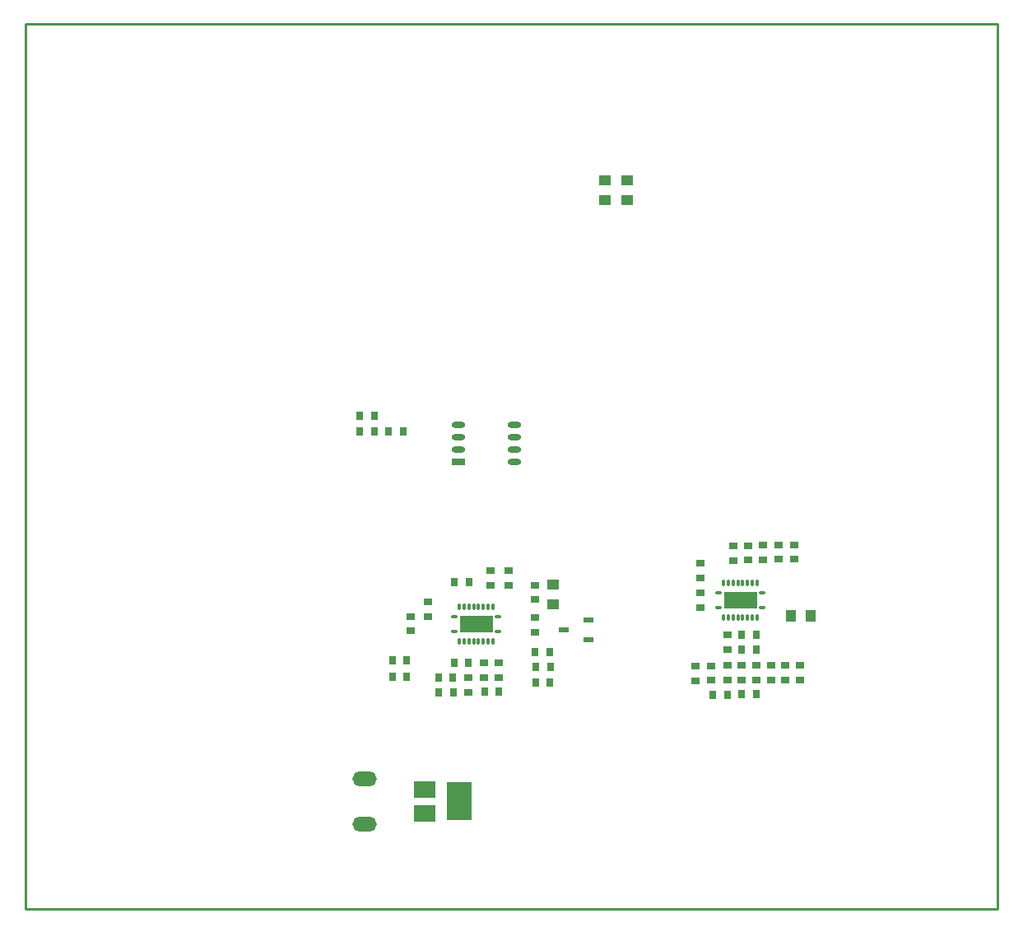
<source format=gbp>
%FSLAX25Y25*%
%MOIN*%
G70*
G01*
G75*
G04 Layer_Color=128*
%ADD10R,0.03347X0.02756*%
%ADD11O,0.06299X0.01181*%
%ADD12R,0.06299X0.01181*%
%ADD13O,0.01181X0.06299*%
%ADD14R,0.05000X0.06000*%
%ADD15R,0.02756X0.03347*%
%ADD16R,0.05118X0.03937*%
%ADD17R,0.10630X0.03937*%
%ADD18R,0.03543X0.02126*%
%ADD19R,0.01969X0.06299*%
%ADD20R,0.14410X0.07874*%
%ADD21R,0.14410X0.09843*%
%ADD22R,0.21654X0.05630*%
%ADD23R,0.03937X0.10630*%
%ADD24R,0.20866X0.11024*%
%ADD25R,0.03937X0.05118*%
%ADD26R,0.09843X0.15748*%
%ADD27R,0.08661X0.07087*%
%ADD28O,0.09843X0.05906*%
%ADD29R,0.10000X0.07500*%
%ADD30R,0.02126X0.03543*%
%ADD31R,0.06299X0.01969*%
%ADD32R,0.07874X0.14410*%
%ADD33R,0.09843X0.14410*%
%ADD34R,0.02559X0.05315*%
%ADD35R,0.09449X0.08268*%
%ADD36O,0.03543X0.01969*%
%ADD37O,0.03543X0.01969*%
%ADD38R,0.03543X0.01969*%
%ADD39R,0.02362X0.03937*%
%ADD40R,0.03937X0.02362*%
%ADD41C,0.01000*%
%ADD42C,0.00800*%
%ADD43C,0.03000*%
%ADD44C,0.01500*%
%ADD45C,0.04000*%
%ADD46C,0.01200*%
%ADD47C,0.02000*%
%ADD48C,0.10000*%
%ADD49C,0.08000*%
%ADD50C,0.05000*%
%ADD51R,0.10571X0.09351*%
%ADD52R,0.10871X0.13938*%
%ADD53R,0.06400X0.08900*%
%ADD54R,0.08600X0.43171*%
%ADD55R,0.10722X0.08773*%
%ADD56R,0.28371X0.07471*%
%ADD57R,0.07400X0.15300*%
%ADD58R,0.44271X0.10500*%
%ADD59R,0.12367X0.05271*%
%ADD60R,0.10200X0.04900*%
%ADD61R,0.04000X0.18600*%
%ADD62R,0.18900X0.05200*%
%ADD63R,0.07300X0.29900*%
%ADD64R,0.24300X1.56600*%
%ADD65R,0.50200X0.62200*%
%ADD66R,0.24100X0.17400*%
%ADD67R,0.25624X0.17093*%
%ADD68R,0.23600X0.17400*%
%ADD69R,0.05906X0.05906*%
%ADD70C,0.05906*%
%ADD71O,0.06000X0.10000*%
%ADD72R,0.06000X0.10000*%
%ADD73O,0.11811X0.09843*%
%ADD74R,0.11811X0.09843*%
%ADD75O,0.05906X0.09843*%
%ADD76R,0.05906X0.09843*%
%ADD77R,0.09843X0.11811*%
%ADD78O,0.09843X0.11811*%
%ADD79R,0.05906X0.05906*%
%ADD80C,0.06693*%
%ADD81C,0.05500*%
%ADD82O,0.07874X0.15748*%
%ADD83C,0.05512*%
%ADD84C,0.03000*%
%ADD85C,0.02000*%
%ADD86C,0.04000*%
%ADD87O,0.05500X0.02500*%
%ADD88R,0.05500X0.02500*%
%ADD89O,0.01181X0.02756*%
%ADD90O,0.02756X0.01181*%
%ADD91R,0.13386X0.07087*%
%ADD92R,0.09100X0.04600*%
%ADD93R,0.04000X0.22000*%
%ADD94R,0.18000X0.06400*%
%ADD95R,0.05200X0.25200*%
%ADD96R,0.18400X0.60700*%
%ADD97R,0.24600X1.31200*%
%ADD98R,0.50100X0.62100*%
%ADD99C,0.00394*%
%ADD100C,0.00500*%
%ADD101C,0.00787*%
%ADD102C,0.00591*%
%ADD103R,0.04724X0.02756*%
%ADD104R,0.01968X0.03543*%
%ADD105R,0.23900X1.20759*%
%ADD106R,0.14900X0.21400*%
%ADD107R,0.04147X0.03556*%
%ADD108O,0.07099X0.01981*%
%ADD109R,0.07099X0.01981*%
%ADD110O,0.01981X0.07099*%
%ADD111R,0.05800X0.06800*%
%ADD112R,0.03556X0.04147*%
%ADD113R,0.05918X0.04737*%
%ADD114R,0.11430X0.04737*%
%ADD115R,0.04343X0.02926*%
%ADD116R,0.02769X0.07099*%
%ADD117R,0.15210X0.08674*%
%ADD118R,0.15210X0.10642*%
%ADD119R,0.22453X0.06430*%
%ADD120R,0.04737X0.11430*%
%ADD121R,0.21666X0.11824*%
%ADD122R,0.04737X0.05918*%
%ADD123R,0.10642X0.16548*%
%ADD124R,0.09461X0.07887*%
%ADD125O,0.10642X0.06706*%
%ADD126R,0.10800X0.08300*%
%ADD127R,0.02926X0.04343*%
%ADD128R,0.07099X0.02769*%
%ADD129R,0.08674X0.15210*%
%ADD130R,0.10642X0.15210*%
%ADD131R,0.03359X0.06115*%
%ADD132R,0.10249X0.09068*%
%ADD133O,0.04343X0.02769*%
%ADD134O,0.04343X0.02769*%
%ADD135R,0.04343X0.02769*%
%ADD136R,0.03162X0.04737*%
%ADD137R,0.04737X0.03162*%
%ADD138R,0.06706X0.06706*%
%ADD139C,0.06706*%
%ADD140O,0.06800X0.10800*%
%ADD141R,0.06800X0.10800*%
%ADD142O,0.12611X0.10642*%
%ADD143R,0.12611X0.10642*%
%ADD144O,0.06706X0.10642*%
%ADD145R,0.06706X0.10642*%
%ADD146R,0.10642X0.12611*%
%ADD147O,0.10642X0.12611*%
%ADD148R,0.06706X0.06706*%
%ADD149C,0.07493*%
%ADD150C,0.06300*%
%ADD151O,0.08674X0.16548*%
%ADD152C,0.06312*%
%ADD153R,0.13323X0.25300*%
%ADD154R,0.24600X1.27600*%
%ADD155O,0.06300X0.03300*%
%ADD156R,0.06300X0.03300*%
%ADD157O,0.01981X0.03556*%
%ADD158O,0.03556X0.01981*%
%ADD159R,0.14186X0.07887*%
D10*
X277500Y-265905D02*
D03*
Y-260000D02*
D03*
X273177Y-236400D02*
D03*
Y-230494D02*
D03*
X286477Y-217500D02*
D03*
Y-211595D02*
D03*
X301802Y-259794D02*
D03*
Y-265700D02*
D03*
X298777Y-211200D02*
D03*
Y-217106D02*
D03*
X304977Y-211000D02*
D03*
Y-216905D02*
D03*
X295965Y-259794D02*
D03*
Y-265700D02*
D03*
X292477Y-217206D02*
D03*
Y-211300D02*
D03*
X311177Y-216905D02*
D03*
Y-211000D02*
D03*
X273277Y-224505D02*
D03*
Y-218600D02*
D03*
X284277Y-253306D02*
D03*
Y-247400D02*
D03*
X271400Y-266005D02*
D03*
Y-260100D02*
D03*
X284290Y-265700D02*
D03*
Y-259794D02*
D03*
X290127Y-259794D02*
D03*
Y-265700D02*
D03*
X307640Y-259794D02*
D03*
Y-265700D02*
D03*
X313477Y-259794D02*
D03*
Y-265700D02*
D03*
X179377Y-264789D02*
D03*
Y-270694D02*
D03*
X162977Y-240005D02*
D03*
Y-234100D02*
D03*
X188177Y-227505D02*
D03*
Y-221600D02*
D03*
X206277Y-233206D02*
D03*
Y-227300D02*
D03*
X195677Y-221500D02*
D03*
Y-227406D02*
D03*
X206277Y-246400D02*
D03*
Y-240494D02*
D03*
X155977Y-245900D02*
D03*
Y-239995D02*
D03*
X191777Y-258900D02*
D03*
Y-264806D02*
D03*
X185477Y-258894D02*
D03*
Y-264800D02*
D03*
D15*
X146994Y-165000D02*
D03*
X152900D02*
D03*
X135294Y-165100D02*
D03*
X141200D02*
D03*
X141305Y-158800D02*
D03*
X135400D02*
D03*
X295877Y-253400D02*
D03*
X289972D02*
D03*
X295977Y-247400D02*
D03*
X290072D02*
D03*
X278400Y-271800D02*
D03*
X284306D02*
D03*
X295983Y-271400D02*
D03*
X290077D02*
D03*
X206372Y-254600D02*
D03*
X212277D02*
D03*
X206572Y-260600D02*
D03*
X212477D02*
D03*
X167372Y-270895D02*
D03*
X173277D02*
D03*
X173472Y-258894D02*
D03*
X179377D02*
D03*
X191783Y-270495D02*
D03*
X185877D02*
D03*
X148472Y-264300D02*
D03*
X154377D02*
D03*
X148472Y-257800D02*
D03*
X154377D02*
D03*
X206477Y-266800D02*
D03*
X212383D02*
D03*
X179577Y-226200D02*
D03*
X173672D02*
D03*
X173077Y-264794D02*
D03*
X167172D02*
D03*
D16*
X243600Y-63600D02*
D03*
Y-71474D02*
D03*
X234600Y-63500D02*
D03*
Y-71374D02*
D03*
X213777Y-235100D02*
D03*
Y-227226D02*
D03*
D25*
X309977Y-239900D02*
D03*
X317851D02*
D03*
D26*
X175757Y-314900D02*
D03*
D27*
X161583Y-309979D02*
D03*
X161584Y-319821D02*
D03*
D28*
X137371Y-305845D02*
D03*
Y-323955D02*
D03*
D40*
X227800Y-249474D02*
D03*
X217957Y-245537D02*
D03*
X227800Y-241600D02*
D03*
D41*
X0Y-33D02*
X393701D01*
X0Y-358301D02*
Y-33D01*
Y-358301D02*
X393701D01*
Y-33D01*
D87*
X175300Y-172500D02*
D03*
X197938D02*
D03*
X175300Y-162500D02*
D03*
Y-167500D02*
D03*
X197938Y-162500D02*
D03*
Y-177500D02*
D03*
Y-167500D02*
D03*
D88*
X175300Y-177500D02*
D03*
D89*
X296367Y-240390D02*
D03*
X294398D02*
D03*
X292430D02*
D03*
X290461D02*
D03*
X288493D02*
D03*
X286524D02*
D03*
X284556D02*
D03*
X282587D02*
D03*
Y-226610D02*
D03*
X284556D02*
D03*
X286524D02*
D03*
X288493D02*
D03*
X290461D02*
D03*
X292430D02*
D03*
X294398D02*
D03*
X296367D02*
D03*
X189367Y-249990D02*
D03*
X187399D02*
D03*
X185430D02*
D03*
X183461D02*
D03*
X181493D02*
D03*
X179525D02*
D03*
X177556D02*
D03*
X175587D02*
D03*
Y-236210D02*
D03*
X177556D02*
D03*
X179525D02*
D03*
X181493D02*
D03*
X183461D02*
D03*
X185430D02*
D03*
X187399D02*
D03*
X189367D02*
D03*
D90*
X280619Y-236453D02*
D03*
Y-230547D02*
D03*
X298336D02*
D03*
Y-236453D02*
D03*
X173619Y-246053D02*
D03*
Y-240147D02*
D03*
X191335D02*
D03*
Y-246053D02*
D03*
D91*
X289477Y-233500D02*
D03*
X182477Y-243100D02*
D03*
M02*

</source>
